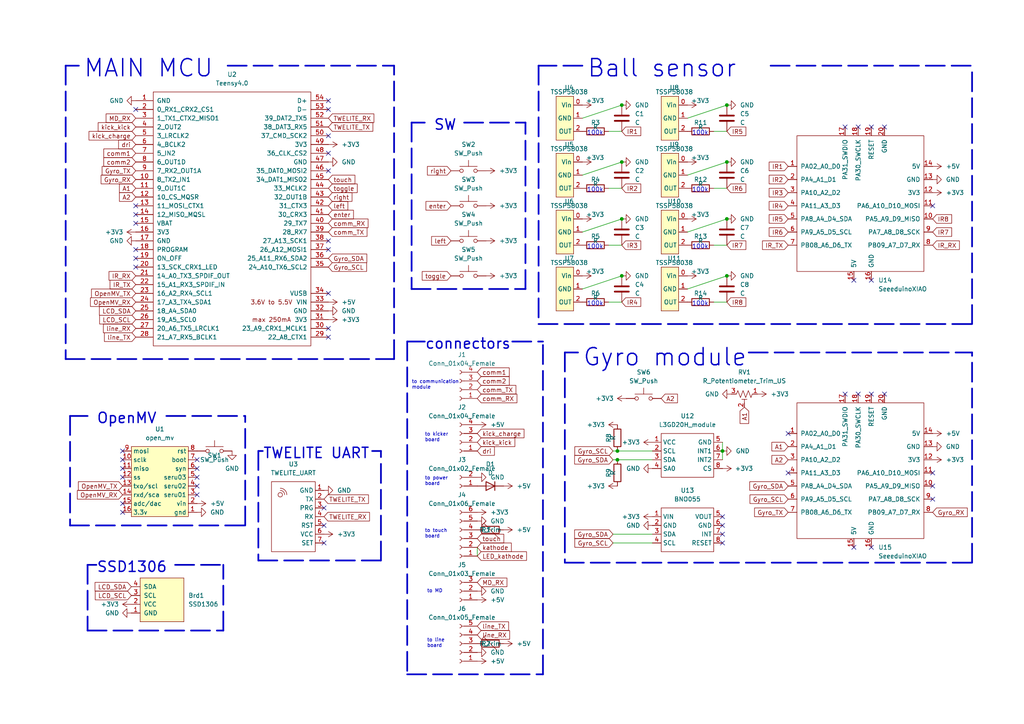
<source format=kicad_sch>
(kicad_sch (version 20211123) (generator eeschema)
  (paper "A4")
  (junction (at 179.07 133.35))
  (junction (at 180.34 46.99))
  (junction (at 210.82 30.48))
  (junction (at 180.34 63.5))
  (junction (at 210.82 46.99))
  (junction (at 179.07 130.81))
  (junction (at 210.82 63.5))
  (junction (at 210.82 80.01))
  (junction (at 209.55 130.81))
  (junction (at 180.34 30.48))
  (junction (at 180.34 80.01))
  (no_connect (at 252.73 158.75))
  (no_connect (at 95.25 49.53))
  (no_connect (at 35.56 133.35))
  (no_connect (at 93.98 157.48))
  (no_connect (at 228.6 125.73))
  (no_connect (at 57.15 133.35))
  (no_connect (at 95.25 31.75))
  (no_connect (at 57.15 135.89))
  (no_connect (at 245.11 36.83))
  (no_connect (at 95.25 29.21))
  (no_connect (at 256.54 36.83))
  (no_connect (at 245.11 114.3))
  (no_connect (at 270.51 144.78))
  (no_connect (at 209.55 149.86))
  (no_connect (at 39.37 59.69))
  (no_connect (at 39.37 72.39))
  (no_connect (at 95.25 95.25))
  (no_connect (at 209.55 152.4))
  (no_connect (at 252.73 36.83))
  (no_connect (at 209.55 154.94))
  (no_connect (at 57.15 140.97))
  (no_connect (at 39.37 74.93))
  (no_connect (at 95.25 69.85))
  (no_connect (at 95.25 44.45))
  (no_connect (at 93.98 152.4))
  (no_connect (at 256.54 114.3))
  (no_connect (at 270.51 137.16))
  (no_connect (at 35.56 146.05))
  (no_connect (at 35.56 148.59))
  (no_connect (at 95.25 39.37))
  (no_connect (at 39.37 62.23))
  (no_connect (at 35.56 135.89))
  (no_connect (at 252.73 81.28))
  (no_connect (at 270.51 140.97))
  (no_connect (at 39.37 77.47))
  (no_connect (at 95.25 97.79))
  (no_connect (at 57.15 138.43))
  (no_connect (at 252.73 114.3))
  (no_connect (at 247.65 158.75))
  (no_connect (at 39.37 64.77))
  (no_connect (at 57.15 143.51))
  (no_connect (at 95.25 85.09))
  (no_connect (at 93.98 147.32))
  (no_connect (at 270.51 59.69))
  (no_connect (at 39.37 31.75))
  (no_connect (at 247.65 81.28))
  (no_connect (at 35.56 138.43))
  (no_connect (at 209.55 157.48))
  (no_connect (at 35.56 130.81))
  (no_connect (at 228.6 137.16))
  (no_connect (at 95.25 72.39))
  (no_connect (at 248.92 114.3))
  (no_connect (at 248.92 36.83))
  (wire (pts (xy 210.82 54.61) (xy 207.01 54.61)))
  (polyline (pts (xy 167.64 102.235) (xy 163.83 102.235)) (stroke (width 0.5)))
  (wire (pts (xy 177.8 157.48) (xy 189.23 157.48)))
  (polyline (pts (xy 64.77 182.88) (xy 64.77 163.83)) (stroke (width 0.5)))
  (wire (pts (xy 180.34 87.63) (xy 176.53 87.63)))
  (wire (pts (xy 209.55 130.81) (xy 209.55 133.35)))
  (polyline (pts (xy 281.94 93.98) (xy 281.94 19.05)) (stroke (width 0.5)))
  (polyline (pts (xy 119.38 83.82) (xy 152.4 83.82)) (stroke (width 0.5)))
  (polyline (pts (xy 20.32 120.65) (xy 20.32 152.4)) (stroke (width 0.5)))
  (polyline (pts (xy 157.48 195.58) (xy 157.48 99.06)) (stroke (width 0.5)))
  (polyline (pts (xy 48.26 120.65) (xy 71.12 120.65)) (stroke (width 0.5)))
  (wire (pts (xy 210.82 71.12) (xy 207.01 71.12)))
  (wire (pts (xy 177.8 130.81) (xy 179.07 130.81)))
  (wire (pts (xy 180.34 38.1) (xy 176.53 38.1)))
  (polyline (pts (xy 76.2 130.81) (xy 74.93 130.81)) (stroke (width 0.5)))
  (wire (pts (xy 177.8 154.94) (xy 189.23 154.94)))
  (wire (pts (xy 210.82 80.01) (xy 199.39 83.82)))
  (wire (pts (xy 138.43 161.29) (xy 138.43 158.75)))
  (polyline (pts (xy 19.05 104.14) (xy 114.3 104.14)) (stroke (width 0.5)))
  (polyline (pts (xy 25.4 120.65) (xy 20.32 120.65)) (stroke (width 0.5)))
  (polyline (pts (xy 148.59 99.06) (xy 157.48 99.06)) (stroke (width 0.5)))
  (wire (pts (xy 209.55 128.27) (xy 209.55 130.81)))
  (polyline (pts (xy 123.19 99.06) (xy 118.11 99.06)) (stroke (width 0.5)))
  (polyline (pts (xy 74.93 130.81) (xy 74.93 162.56)) (stroke (width 0.5)))
  (wire (pts (xy 179.07 130.81) (xy 189.23 130.81)))
  (polyline (pts (xy 74.93 162.56) (xy 110.49 162.56)) (stroke (width 0.5)))
  (polyline (pts (xy 19.05 19.05) (xy 19.05 104.14)) (stroke (width 0.5)))
  (wire (pts (xy 210.82 63.5) (xy 199.39 67.31)))
  (polyline (pts (xy 217.17 102.235) (xy 281.94 102.235)) (stroke (width 0.5)))
  (polyline (pts (xy 152.4 83.82) (xy 152.4 35.56)) (stroke (width 0.5)))
  (polyline (pts (xy 25.4 163.83) (xy 25.4 182.88)) (stroke (width 0.5)))
  (polyline (pts (xy 66.04 19.05) (xy 114.3 19.05)) (stroke (width 0.5)))
  (wire (pts (xy 180.34 71.12) (xy 176.53 71.12)))
  (polyline (pts (xy 119.38 35.56) (xy 123.19 35.56)) (stroke (width 0.5)))
  (wire (pts (xy 210.82 87.63) (xy 207.01 87.63)))
  (polyline (pts (xy 19.05 19.05) (xy 22.86 19.05)) (stroke (width 0.5)))
  (wire (pts (xy 177.8 133.35) (xy 179.07 133.35)))
  (wire (pts (xy 180.34 80.01) (xy 168.91 83.82)))
  (polyline (pts (xy 25.4 182.88) (xy 64.77 182.88)) (stroke (width 0.5)))
  (wire (pts (xy 180.34 46.99) (xy 168.91 50.8)))
  (polyline (pts (xy 134.62 35.56) (xy 152.4 35.56)) (stroke (width 0.5)))
  (polyline (pts (xy 107.95 130.81) (xy 110.49 130.81)) (stroke (width 0.5)))
  (wire (pts (xy 179.07 133.35) (xy 189.23 133.35)))
  (wire (pts (xy 210.82 46.99) (xy 199.39 50.8)))
  (wire (pts (xy 180.34 54.61) (xy 176.53 54.61)))
  (polyline (pts (xy 118.11 195.58) (xy 157.48 195.58)) (stroke (width 0.5)))
  (polyline (pts (xy 119.38 35.56) (xy 119.38 83.82)) (stroke (width 0.5)))
  (polyline (pts (xy 20.32 152.4) (xy 71.12 152.4)) (stroke (width 0.5)))
  (polyline (pts (xy 163.83 102.235) (xy 163.83 163.195)) (stroke (width 0.5)))
  (polyline (pts (xy 168.91 19.05) (xy 156.21 19.05)) (stroke (width 0.5)))
  (polyline (pts (xy 114.3 104.14) (xy 114.3 19.05)) (stroke (width 0.5)))
  (polyline (pts (xy 223.52 19.05) (xy 281.94 19.05)) (stroke (width 0.5)))
  (polyline (pts (xy 110.49 162.56) (xy 110.49 130.81)) (stroke (width 0.5)))
  (polyline (pts (xy 71.12 152.4) (xy 71.12 120.65)) (stroke (width 0.5)))
  (polyline (pts (xy 118.11 99.06) (xy 118.11 195.58)) (stroke (width 0.5)))
  (polyline (pts (xy 163.83 163.195) (xy 281.94 163.195)) (stroke (width 0.5)))
  (wire (pts (xy 210.82 38.1) (xy 207.01 38.1)))
  (polyline (pts (xy 156.21 19.05) (xy 156.21 93.98)) (stroke (width 0.5)))
  (polyline (pts (xy 50.8 163.83) (xy 64.77 163.83)) (stroke (width 0.5)))
  (wire (pts (xy 180.34 30.48) (xy 168.91 34.29)))
  (wire (pts (xy 180.34 63.5) (xy 168.91 67.31)))
  (wire (pts (xy 210.82 30.48) (xy 199.39 34.29)))
  (polyline (pts (xy 281.94 163.195) (xy 281.94 102.235)) (stroke (width 0.5)))
  (polyline (pts (xy 27.94 163.83) (xy 25.4 163.83)) (stroke (width 0.5)))
  (polyline (pts (xy 156.21 93.98) (xy 281.94 93.98)) (stroke (width 0.5)))
  (text "100k" (at 170.18 55.88 0) (effects (font (size 1.27 1.27)) (justify left bottom)))
  (text "100k" (at 200.66 88.9 0) (effects (font (size 1.27 1.27)) (justify left bottom)))
  (text "100k" (at 170.18 39.37 0) (effects (font (size 1.27 1.27)) (justify left bottom)))
  (text "100k" (at 200.66 55.88 0) (effects (font (size 1.27 1.27)) (justify left bottom)))
  (text "connectors" (at 123.19 101.6 0) (effects (font (size 3 3) (thickness 0.4) bold) (justify left bottom)))
  (text "to MD" (at 123.825 172.085 0) (effects (font (size 1 1)) (justify left bottom)))
  (text "TWELITE UART" (at 76.2 133.35 0) (effects (font (size 3 3) (thickness 0.4) bold) (justify left bottom)))
  (text "to kicker\nboard" (at 123.19 128.27 0) (effects (font (size 1 1)) (justify left bottom)))
  (text "100k" (at 170.18 72.39 0) (effects (font (size 1.27 1.27)) (justify left bottom)))
  (text "to power\nboard" (at 123.19 140.97 0) (effects (font (size 1 1)) (justify left bottom)))
  (text "to communication\nmodule" (at 119.38 113.03 0) (effects (font (size 1 1)) (justify left bottom)))
  (text "to line\nboard" (at 123.825 187.96 0) (effects (font (size 1 1)) (justify left bottom)))
  (text "100k" (at 170.18 88.9 0) (effects (font (size 1.27 1.27)) (justify left bottom)))
  (text "100k" (at 200.66 72.39 0) (effects (font (size 1.27 1.27)) (justify left bottom)))
  (text "SSD1306" (at 27.94 166.37 0) (effects (font (size 3 3) (thickness 0.4) bold) (justify left bottom)))
  (text "SW" (at 125.73 38.1 0) (effects (font (size 3 3) (thickness 0.4) bold) (justify left bottom)))
  (text "OpenMV" (at 27.94 123.19 0) (effects (font (size 3 3) (thickness 0.4) bold) (justify left bottom)))
  (text "Gyro module" (at 168.91 106.68 0) (effects (font (size 5 5) (thickness 0.4) bold) (justify left bottom)))
  (text "Ball sensor" (at 170.18 22.86 0) (effects (font (size 5 5) (thickness 0.4) bold) (justify left bottom)))
  (text "MAIN MCU" (at 24.13 22.86 0) (effects (font (size 5 5) (thickness 0.4) bold) (justify left bottom)))
  (text "to touch\nboard" (at 123.19 156.21 0) (effects (font (size 1 1)) (justify left bottom)))
  (text "100k" (at 200.66 39.37 0) (effects (font (size 1.27 1.27)) (justify left bottom)))
  (global_label "Gyro_SDA" (shape input) (at 95.25 74.93 0) (property "Intersheet References" "${INTERSHEET_REFS}" (effects hide)))
  (global_label "A2" (shape input) (at 228.6 133.35 180) (property "Intersheet References" "${INTERSHEET_REFS}" (effects hide)))
  (global_label "LCD_SDA" (shape input) (at 38.1 170.18 180) (property "Intersheet References" "${INTERSHEET_REFS}" (effects hide)))
  (global_label "IR_RX" (shape input) (at 270.51 71.12 0) (property "Intersheet References" "${INTERSHEET_REFS}" (effects hide)))
  (global_label "IR4" (shape input) (at 228.6 59.69 180) (property "Intersheet References" "${INTERSHEET_REFS}" (effects hide)))
  (global_label "LCD_SDA" (shape input) (at 39.37 90.17 180) (property "Intersheet References" "${INTERSHEET_REFS}" (effects hide)))
  (global_label "IR4" (shape input) (at 180.34 87.63 0) (property "Intersheet References" "${INTERSHEET_REFS}" (effects hide)))
  (global_label "right" (shape input) (at 95.25 57.15 0) (property "Intersheet References" "${INTERSHEET_REFS}" (effects hide)))
  (global_label "OpenMV_TX" (shape input) (at 35.56 140.97 180) (property "Intersheet References" "${INTERSHEET_REFS}" (effects hide)))
  (global_label "Gyro_RX" (shape input) (at 39.37 52.07 180) (property "Intersheet References" "${INTERSHEET_REFS}" (effects hide)))
  (global_label "line_RX" (shape input) (at 39.37 95.25 180) (property "Intersheet References" "${INTERSHEET_REFS}" (effects hide)))
  (global_label "IR1" (shape input) (at 180.34 38.1 0) (property "Intersheet References" "${INTERSHEET_REFS}" (effects hide)))
  (global_label "A1" (shape input) (at 39.37 54.61 180) (property "Intersheet References" "${INTERSHEET_REFS}" (effects hide)))
  (global_label "toggle" (shape input) (at 130.81 80.01 180) (property "Intersheet References" "${INTERSHEET_REFS}" (effects hide)))
  (global_label "TWELITE_TX" (shape input) (at 93.98 144.78 0) (property "Intersheet References" "${INTERSHEET_REFS}" (effects hide)))
  (global_label "IR3" (shape input) (at 228.6 55.88 180) (property "Intersheet References" "${INTERSHEET_REFS}" (effects hide)))
  (global_label "IR6" (shape input) (at 228.6 67.31 180) (property "Intersheet References" "${INTERSHEET_REFS}" (effects hide)))
  (global_label "comm1" (shape input) (at 39.37 44.45 180) (property "Intersheet References" "${INTERSHEET_REFS}" (effects hide)))
  (global_label "left" (shape input) (at 95.25 59.69 0) (property "Intersheet References" "${INTERSHEET_REFS}" (effects hide)))
  (global_label "comm2" (shape input) (at 138.43 110.49 0) (property "Intersheet References" "${INTERSHEET_REFS}" (effects hide)))
  (global_label "A1" (shape input) (at 215.9 118.11 270) (property "Intersheet References" "${INTERSHEET_REFS}" (effects hide)))
  (global_label "comm_RX" (shape input) (at 95.25 64.77 0) (property "Intersheet References" "${INTERSHEET_REFS}" (effects hide)))
  (global_label "OpenMV_TX" (shape input) (at 39.37 85.09 180) (property "Intersheet References" "${INTERSHEET_REFS}" (effects hide)))
  (global_label "IR8" (shape input) (at 210.82 87.63 0) (property "Intersheet References" "${INTERSHEET_REFS}" (effects hide)))
  (global_label "Gyro_RX" (shape input) (at 270.51 148.59 0) (property "Intersheet References" "${INTERSHEET_REFS}" (effects hide)))
  (global_label "TWELITE_RX" (shape input) (at 93.98 149.86 0) (property "Intersheet References" "${INTERSHEET_REFS}" (effects hide)))
  (global_label "enter" (shape input) (at 95.25 62.23 0) (property "Intersheet References" "${INTERSHEET_REFS}" (effects hide)))
  (global_label "MD_RX" (shape input) (at 39.37 34.29 180) (property "Intersheet References" "${INTERSHEET_REFS}" (effects hide)))
  (global_label "Gyro_SDA" (shape input) (at 228.6 140.97 180) (property "Intersheet References" "${INTERSHEET_REFS}" (effects hide)))
  (global_label "A2" (shape input) (at 191.77 115.57 0) (property "Intersheet References" "${INTERSHEET_REFS}" (effects hide)))
  (global_label "Gyro_SDA" (shape input) (at 177.8 154.94 180) (property "Intersheet References" "${INTERSHEET_REFS}" (effects hide)))
  (global_label "IR_TX" (shape input) (at 39.37 82.55 180) (property "Intersheet References" "${INTERSHEET_REFS}" (effects hide)))
  (global_label "IR8" (shape input) (at 270.51 63.5 0) (property "Intersheet References" "${INTERSHEET_REFS}" (effects hide)))
  (global_label "right" (shape input) (at 130.81 49.53 180) (property "Intersheet References" "${INTERSHEET_REFS}" (effects hide)))
  (global_label "IR6" (shape input) (at 210.82 54.61 0) (property "Intersheet References" "${INTERSHEET_REFS}" (effects hide)))
  (global_label "Gyro_SDA" (shape input) (at 177.8 133.35 180) (property "Intersheet References" "${INTERSHEET_REFS}" (effects hide)))
  (global_label "enter" (shape input) (at 130.81 59.69 180) (property "Intersheet References" "${INTERSHEET_REFS}" (effects hide)))
  (global_label "IR7" (shape input) (at 270.51 67.31 0) (property "Intersheet References" "${INTERSHEET_REFS}" (effects hide)))
  (global_label "IR2" (shape input) (at 180.34 54.61 0) (property "Intersheet References" "${INTERSHEET_REFS}" (effects hide)))
  (global_label "comm2" (shape input) (at 39.37 46.99 180) (property "Intersheet References" "${INTERSHEET_REFS}" (effects hide)))
  (global_label "IR5" (shape input) (at 210.82 38.1 0) (property "Intersheet References" "${INTERSHEET_REFS}" (effects hide)))
  (global_label "dri" (shape input) (at 138.43 130.81 0) (property "Intersheet References" "${INTERSHEET_REFS}" (effects hide)))
  (global_label "comm_TX" (shape input) (at 138.43 113.03 0) (property "Intersheet References" "${INTERSHEET_REFS}" (effects hide)))
  (global_label "touch" (shape input) (at 95.25 52.07 0) (property "Intersheet References" "${INTERSHEET_REFS}" (effects hide)))
  (global_label "dri" (shape input) (at 39.37 41.91 180) (property "Intersheet References" "${INTERSHEET_REFS}" (effects hide)))
  (global_label "IR3" (shape input) (at 180.34 71.12 0) (property "Intersheet References" "${INTERSHEET_REFS}" (effects hide)))
  (global_label "LED_kathode" (shape input) (at 138.43 161.29 0) (property "Intersheet References" "${INTERSHEET_REFS}" (effects hide)))
  (global_label "touch" (shape input) (at 138.43 156.21 0) (property "Intersheet References" "${INTERSHEET_REFS}" (effects hide)))
  (global_label "IR5" (shape input) (at 228.6 63.5 180) (property "Intersheet References" "${INTERSHEET_REFS}" (effects hide)))
  (global_label "TWELITE_RX" (shape input) (at 95.25 34.29 0) (property "Intersheet References" "${INTERSHEET_REFS}" (effects hide)))
  (global_label "IR_RX" (shape input) (at 39.37 80.01 180) (property "Intersheet References" "${INTERSHEET_REFS}" (effects hide)))
  (global_label "toggle" (shape input) (at 95.25 54.61 0) (property "Intersheet References" "${INTERSHEET_REFS}" (effects hide)))
  (global_label "comm_TX" (shape input) (at 95.25 67.31 0) (property "Intersheet References" "${INTERSHEET_REFS}" (effects hide)))
  (global_label "kick_charge" (shape input) (at 39.37 39.37 180) (property "Intersheet References" "${INTERSHEET_REFS}" (effects hide)))
  (global_label "kathode" (shape input) (at 138.43 158.75 0) (property "Intersheet References" "${INTERSHEET_REFS}" (effects hide)))
  (global_label "kick_charge" (shape input) (at 138.43 125.73 0) (property "Intersheet References" "${INTERSHEET_REFS}" (effects hide)))
  (global_label "Gyro_TX" (shape input) (at 39.37 49.53 180) (property "Intersheet References" "${INTERSHEET_REFS}" (effects hide)))
  (global_label "Gyro_SCL" (shape input) (at 177.8 130.81 180) (property "Intersheet References" "${INTERSHEET_REFS}" (effects hide)))
  (global_label "Gyro_TX" (shape input) (at 228.6 148.59 180) (property "Intersheet References" "${INTERSHEET_REFS}" (effects hide)))
  (global_label "IR7" (shape input) (at 210.82 71.12 0) (property "Intersheet References" "${INTERSHEET_REFS}" (effects hide)))
  (global_label "OpenMV_RX" (shape input) (at 35.56 143.51 180) (property "Intersheet References" "${INTERSHEET_REFS}" (effects hide)))
  (global_label "line_RX" (shape input) (at 138.43 184.15 0) (property "Intersheet References" "${INTERSHEET_REFS}" (effects hide)))
  (global_label "A1" (shape input) (at 228.6 129.54 180) (property "Intersheet References" "${INTERSHEET_REFS}" (effects hide)))
  (global_label "IR_TX" (shape input) (at 228.6 71.12 180) (property "Intersheet References" "${INTERSHEET_REFS}" (effects hide)))
  (global_label "LCD_SCL" (shape input) (at 39.37 92.71 180) (property "Intersheet References" "${INTERSHEET_REFS}" (effects hide)))
  (global_label "line_TX" (shape input) (at 39.37 97.79 180) (property "Intersheet References" "${INTERSHEET_REFS}" (effects hide)))
  (global_label "IR2" (shape input) (at 228.6 52.07 180) (property "Intersheet References" "${INTERSHEET_REFS}" (effects hide)))
  (global_label "OpenMV_RX" (shape input) (at 39.37 87.63 180) (property "Intersheet References" "${INTERSHEET_REFS}" (effects hide)))
  (global_label "Gyro_SCL" (shape input) (at 177.8 157.48 180) (property "Intersheet References" "${INTERSHEET_REFS}" (effects hide)))
  (global_label "TWELITE_TX" (shape input) (at 95.25 36.83 0) (property "Intersheet References" "${INTERSHEET_REFS}" (effects hide)))
  (global_label "comm1" (shape input) (at 138.43 107.95 0) (property "Intersheet References" "${INTERSHEET_REFS}" (effects hide)))
  (global_label "comm_RX" (shape input) (at 138.43 115.57 0) (property "Intersheet References" "${INTERSHEET_REFS}" (effects hide)))
  (global_label "line_TX" (shape input) (at 138.43 181.61 0) (property "Intersheet References" "${INTERSHEET_REFS}" (effects hide)))
  (global_label "A2" (shape input) (at 39.37 57.15 180) (property "Intersheet References" "${INTERSHEET_REFS}" (effects hide)))
  (global_label "IR1" (shape input) (at 228.6 48.26 180) (property "Intersheet References" "${INTERSHEET_REFS}" (effects hide)))
  (global_label "Gyro_SCL" (shape input) (at 95.25 77.47 0) (property "Intersheet References" "${INTERSHEET_REFS}" (effects hide)))
  (global_label "Gyro_SCL" (shape input) (at 228.6 144.78 180) (property "Intersheet References" "${INTERSHEET_REFS}" (effects hide)))
  (global_label "left" (shape input) (at 130.81 69.85 180) (property "Intersheet References" "${INTERSHEET_REFS}" (effects hide)))
  (global_label "kick_kick" (shape input) (at 39.37 36.83 180) (property "Intersheet References" "${INTERSHEET_REFS}" (effects hide)))
  (global_label "LCD_SCL" (shape input) (at 38.1 172.72 180) (property "Intersheet References" "${INTERSHEET_REFS}" (effects hide)))
  (global_label "MD_RX" (shape input) (at 138.43 168.91 0) (property "Intersheet References" "${INTERSHEET_REFS}" (effects hide)))
  (global_label "kick_kick" (shape input) (at 138.43 128.27 0) (property "Intersheet References" "${INTERSHEET_REFS}" (effects hide)))
  (symbol (lib_id "power:+3V3") (at 179.07 123.19 90) (unit 1)
    (property "Reference" "#PWR0107" (effects hide))
    (property "Value" "+3V3" (at 170.18 123.19 90) (effects (justify right)))
  )
  (symbol (lib_id "L3GD20H_Module_KiCad6.0:L3GD20H_module") (at 199.39 133.35 0) (unit 1)
    (property "Reference" "U12" (at 199.39 120.65 0))
    (property "Value" "L3GD20H_module" (at 199.39 123.19 0))
    (property "Footprint" "L3GD20H_Module:L3GD20H_Module_KiCad6.0" (effects hide))
  )
  (symbol (lib_id "Device:C") (at 180.34 34.29 0) (unit 1)
    (property "Reference" "C1" (at 184.15 33.0199 0) (effects (justify left)))
    (property "Value" "C" (at 184.15 35.5599 0) (effects (justify left)))
    (property "Footprint" "Capacitor_THT:C_Disc_D3.4mm_W2.1mm_P2.50mm" (effects hide))
  )
  (symbol (lib_id "open_mv:open_mv") (at 46.99 129.54 0) (unit 1)
    (property "Reference" "U1" (at 46.355 124.46 0))
    (property "Value" "open_mv" (at 46.355 127 0))
    (property "Footprint" "OpenMV:OpenMV" (effects hide))
  )
  (symbol (lib_id "power:+3V3") (at 270.51 133.35 270) (unit 1)
    (property "Reference" "#PWR0118" (effects hide))
    (property "Value" "+3V3" (at 274.32 133.3499 90) (effects (justify left)))
  )
  (symbol (lib_id "power:GND") (at 210.82 46.99 90) (unit 1)
    (property "Reference" "#PWR0130" (effects hide))
    (property "Value" "GND" (at 214.63 46.9899 90) (effects (justify right)))
  )
  (symbol (lib_id "Seeeduino XIAO:SeeeduinoXIAO") (at 250.19 59.69 0) (unit 1)
    (property "Reference" "U14" (at 254.7494 81.28 0) (effects (justify left)))
    (property "Value" "SeeeduinoXIAO" (at 254.7494 83.82 0) (effects (justify left)))
    (property "Footprint" "Seeeduino_Xiao:seeeduinoXIAO" (effects hide))
  )
  (symbol (lib_id "TSSP58038:TSSP58038") (at 196.85 34.29 90) (unit 1)
    (property "Reference" "U8" (at 195.58 25.4 90))
    (property "Value" "TSSP58038" (at 195.58 26.67 90))
    (property "Footprint" "TSSP58038:TSSP58038" (effects hide))
  )
  (symbol (lib_id "SSD1306-128x64_OLED:SSD1306") (at 46.99 173.99 90) (unit 1)
    (property "Reference" "Brd1" (at 54.61 172.7199 90) (effects (justify right)))
    (property "Value" "SSD1306" (at 54.61 175.2599 90) (effects (justify right)))
    (property "Footprint" "Connector_PinSocket_2.54mm:PinSocket_1x04_P2.54mm_Vertical" (effects hide))
  )
  (symbol (lib_id "power:GND") (at 95.25 46.99 90) (unit 1)
    (property "Reference" "#PWR0141" (effects hide))
    (property "Value" "GND" (at 99.06 46.9899 90) (effects (justify right)))
  )
  (symbol (lib_id "TSSP58038:TSSP58038") (at 196.85 50.8 90) (unit 1)
    (property "Reference" "U9" (at 195.58 41.91 90))
    (property "Value" "TSSP58038" (at 195.58 43.18 90))
    (property "Footprint" "TSSP58038:TSSP58038" (effects hide))
  )
  (symbol (lib_id "Switch:SW_Push") (at 135.89 80.01 0) (unit 1)
    (property "Reference" "SW5" (at 135.89 72.39 0))
    (property "Value" "SW_Push" (at 135.89 74.93 0))
    (property "Footprint" "Connector_PinHeader_2.54mm:PinHeader_1x02_P2.54mm_Vertical" (effects hide))
  )
  (symbol (lib_id "power:+3V3") (at 138.43 148.59 270) (unit 1)
    (property "Reference" "#PWR0164" (effects hide))
    (property "Value" "+3V3" (at 142.24 148.5899 90) (effects (justify left)))
  )
  (symbol (lib_id "power:+3V3") (at 95.25 92.71 270) (unit 1)
    (property "Reference" "#PWR0144" (effects hide))
    (property "Value" "+3V3" (at 99.06 92.7099 90) (effects (justify left)))
  )
  (symbol (lib_id "Switch:SW_Push") (at 135.89 69.85 0) (unit 1)
    (property "Reference" "SW4" (at 135.89 62.23 0))
    (property "Value" "SW_Push" (at 135.89 64.77 0))
    (property "Footprint" "Button_Switch_THT:SW_PUSH_6mm_H7.3mm" (effects hide))
  )
  (symbol (lib_id "Switch:SW_Push") (at 135.89 49.53 0) (unit 1)
    (property "Reference" "SW2" (at 135.89 41.91 0))
    (property "Value" "SW_Push" (at 135.89 44.45 0))
    (property "Footprint" "Button_Switch_THT:SW_PUSH_6mm_H7.3mm" (effects hide))
  )
  (symbol (lib_id "Device:R") (at 172.72 71.12 90) (unit 1)
    (property "Reference" "R5" (at 172.72 68.58 90))
    (property "Value" "R" (at 172.72 69.85 90))
    (property "Footprint" "Resistor_THT:R_Axial_DIN0207_L6.3mm_D2.5mm_P7.62mm_Horizontal" (effects hide))
  )
  (symbol (lib_id "power:+3V3") (at 140.97 80.01 270) (unit 1)
    (property "Reference" "#PWR0154" (effects hide))
    (property "Value" "+3V3" (at 144.78 80.0099 90) (effects (justify left)))
  )
  (symbol (lib_id "power:GND") (at 210.82 80.01 90) (unit 1)
    (property "Reference" "#PWR0135" (effects hide))
    (property "Value" "GND" (at 214.63 80.0099 90) (effects (justify right)))
  )
  (symbol (lib_id "Device:R") (at 203.2 87.63 90) (unit 1)
    (property "Reference" "R14" (at 203.2 85.09 90))
    (property "Value" "R" (at 203.2 86.36 90))
    (property "Footprint" "Resistor_THT:R_Axial_DIN0207_L6.3mm_D2.5mm_P7.62mm_Horizontal" (effects hide))
  )
  (symbol (lib_id "power:+3V3") (at 199.39 80.01 270) (unit 1)
    (property "Reference" "#PWR0134" (effects hide))
    (property "Value" "+3V3" (at 205.74 78.74 90) (effects (justify right)))
  )
  (symbol (lib_id "Connector:Conn_01x02_Female") (at 133.35 140.97 180) (unit 1)
    (property "Reference" "J3" (at 133.985 133.35 0))
    (property "Value" "Conn_01x02_Female" (at 133.985 135.89 0))
    (property "Footprint" "Connector_JST:JST_XH_B2B-XH-A_1x02_P2.50mm_Vertical" (effects hide))
  )
  (symbol (lib_id "Device:R") (at 203.2 38.1 90) (unit 1)
    (property "Reference" "R11" (at 203.2 35.56 90))
    (property "Value" "R" (at 203.2 36.83 90))
    (property "Footprint" "Resistor_THT:R_Axial_DIN0207_L6.3mm_D2.5mm_P7.62mm_Horizontal" (effects hide))
  )
  (symbol (lib_id "Device:R") (at 172.72 54.61 90) (unit 1)
    (property "Reference" "R4" (at 172.72 52.07 90))
    (property "Value" "R" (at 172.72 53.34 90))
    (property "Footprint" "Resistor_THT:R_Axial_DIN0207_L6.3mm_D2.5mm_P7.62mm_Horizontal" (effects hide))
  )
  (symbol (lib_id "Device:C") (at 210.82 83.82 0) (unit 1)
    (property "Reference" "C8" (at 214.63 82.5499 0) (effects (justify left)))
    (property "Value" "C" (at 214.63 85.0899 0) (effects (justify left)))
    (property "Footprint" "Capacitor_THT:C_Disc_D3.4mm_W2.1mm_P2.50mm" (effects hide))
  )
  (symbol (lib_id "Device:R_Trim") (at 142.24 153.67 90) (unit 1)
    (property "Reference" "R1" (at 140.97 153.67 90))
    (property "Value" "R_Trim" (at 142.24 153.67 90))
    (property "Footprint" "可変抵抗:可変抵抗" (effects hide))
  )
  (symbol (lib_id "Switch:SW_Push") (at 135.89 59.69 0) (unit 1)
    (property "Reference" "SW3" (at 135.89 52.07 0))
    (property "Value" "SW_Push" (at 135.89 54.61 0))
    (property "Footprint" "Button_Switch_THT:SW_PUSH_6mm_H7.3mm" (effects hide))
  )
  (symbol (lib_id "power:+5V") (at 146.05 153.67 270) (unit 1)
    (property "Reference" "#PWR0160" (effects hide))
    (property "Value" "+5V" (at 149.86 153.6699 90) (effects (justify left)))
  )
  (symbol (lib_id "power:+3V3") (at 38.1 175.26 90) (unit 1)
    (property "Reference" "#PWR0149" (effects hide))
    (property "Value" "+3V3" (at 29.21 175.26 90) (effects (justify right)))
  )
  (symbol (lib_id "Device:R_Trim") (at 142.24 186.69 90) (unit 1)
    (property "Reference" "R2" (at 140.97 186.69 90))
    (property "Value" "R_Trim" (at 142.24 186.69 90))
    (property "Footprint" "可変抵抗:可変抵抗" (effects hide))
  )
  (symbol (lib_id "Connector:Conn_01x06_Female") (at 133.35 156.21 180) (unit 1)
    (property "Reference" "J4" (at 133.985 143.51 0))
    (property "Value" "Conn_01x06_Female" (at 133.985 146.05 0))
    (property "Footprint" "Connector_JST:JST_XH_B6B-XH-A_1x06_P2.50mm_Vertical" (effects hide))
  )
  (symbol (lib_id "power:GND") (at 210.82 30.48 90) (unit 1)
    (property "Reference" "#PWR0129" (effects hide))
    (property "Value" "GND" (at 214.63 30.4799 90) (effects (justify right)))
  )
  (symbol (lib_id "Device:D") (at 142.24 140.97 180) (unit 1)
    (property "Reference" "D1" (at 142.24 134.62 0))
    (property "Value" "D" (at 142.24 137.16 0))
    (property "Footprint" "Diode_THT:D_5W_P12.70mm_Horizontal" (effects hide))
  )
  (symbol (lib_id "Device:R") (at 179.07 127 180) (unit 1)
    (property "Reference" "R8" (at 176.53 127 90))
    (property "Value" "R" (at 177.8 127 90))
    (property "Footprint" "Resistor_THT:R_Axial_DIN0207_L6.3mm_D2.5mm_P7.62mm_Horizontal" (effects hide))
  )
  (symbol (lib_id "Device:R") (at 172.72 87.63 90) (unit 1)
    (property "Reference" "R6" (at 172.72 85.09 90))
    (property "Value" "R" (at 172.72 86.36 90))
    (property "Footprint" "Resistor_THT:R_Axial_DIN0207_L6.3mm_D2.5mm_P7.62mm_Horizontal" (effects hide))
  )
  (symbol (lib_id "power:GND") (at 138.43 138.43 90) (unit 1)
    (property "Reference" "#PWR0158" (effects hide))
    (property "Value" "GND" (at 142.24 138.4299 90) (effects (justify right)))
  )
  (symbol (lib_id "power:GND") (at 39.37 69.85 270) (unit 1)
    (property "Reference" "#PWR0136" (effects hide))
    (property "Value" "GND" (at 31.75 69.85 90) (effects (justify left)))
  )
  (symbol (lib_id "power:+3V3") (at 179.07 140.97 90) (unit 1)
    (property "Reference" "#PWR0110" (effects hide))
    (property "Value" "+3V3" (at 170.18 140.97 90) (effects (justify right)))
  )
  (symbol (lib_id "power:GND") (at 93.98 142.24 90) (unit 1)
    (property "Reference" "#PWR0139" (effects hide))
    (property "Value" "GND" (at 97.79 142.2399 90) (effects (justify right)))
  )
  (symbol (lib_id "Switch:SW_Push") (at 62.23 130.81 0) (unit 1)
    (property "Reference" "SW1" (at 62.23 132.08 0))
    (property "Value" "SW_Push" (at 62.23 133.35 0))
    (property "Footprint" "Button_Switch_THT:SW_PUSH_6mm_H7.3mm" (effects hide))
  )
  (symbol (lib_id "Device:C") (at 180.34 50.8 0) (unit 1)
    (property "Reference" "C2" (at 184.15 49.5299 0) (effects (justify left)))
    (property "Value" "C" (at 184.15 52.0699 0) (effects (justify left)))
    (property "Footprint" "Capacitor_THT:C_Disc_D3.4mm_W2.1mm_P2.50mm" (effects hide))
  )
  (symbol (lib_id "power:+3V3") (at 181.61 115.57 90) (unit 1)
    (property "Reference" "#PWR0105" (effects hide))
    (property "Value" "+3V3" (at 172.72 115.57 90) (effects (justify right)))
  )
  (symbol (lib_id "power:GND") (at 209.55 130.81 90) (unit 1)
    (property "Reference" "#PWR0115" (effects hide))
    (property "Value" "GND" (at 213.36 130.8099 90) (effects (justify right)))
  )
  (symbol (lib_id "Device:C") (at 180.34 83.82 0) (unit 1)
    (property "Reference" "C4" (at 184.15 82.5499 0) (effects (justify left)))
    (property "Value" "C" (at 184.15 85.0899 0) (effects (justify left)))
    (property "Footprint" "Capacitor_THT:C_Disc_D3.4mm_W2.1mm_P2.50mm" (effects hide))
  )
  (symbol (lib_id "Device:C") (at 210.82 34.29 0) (unit 1)
    (property "Reference" "C5" (at 214.63 33.0199 0) (effects (justify left)))
    (property "Value" "C" (at 214.63 35.5599 0) (effects (justify left)))
    (property "Footprint" "Capacitor_THT:C_Disc_D3.4mm_W2.1mm_P2.50mm" (effects hide))
  )
  (symbol (lib_id "power:+3V3") (at 270.51 55.88 270) (unit 1)
    (property "Reference" "#PWR0101" (effects hide))
    (property "Value" "+3V3" (at 274.32 55.8799 90) (effects (justify left)))
  )
  (symbol (lib_id "power:+5V") (at 270.51 125.73 270) (unit 1)
    (property "Reference" "#PWR0119" (effects hide))
    (property "Value" "+5V" (at 274.32 125.7299 90) (effects (justify left)))
  )
  (symbol (lib_id "power:GND") (at 180.34 63.5 90) (unit 1)
    (property "Reference" "#PWR0125" (effects hide))
    (property "Value" "GND" (at 184.15 63.4999 90) (effects (justify right)))
  )
  (symbol (lib_id "power:GND") (at 189.23 152.4 270) (unit 1)
    (property "Reference" "#PWR0112" (effects hide))
    (property "Value" "GND" (at 181.61 152.4 90) (effects (justify left)))
  )
  (symbol (lib_id "power:GND") (at 180.34 80.01 90) (unit 1)
    (property "Reference" "#PWR0121" (effects hide))
    (property "Value" "GND" (at 184.15 80.0099 90) (effects (justify right)))
  )
  (symbol (lib_id "power:+3V3") (at 168.91 63.5 270) (unit 1)
    (property "Reference" "#PWR0126" (effects hide))
    (property "Value" "+3V3" (at 175.26 62.23 90) (effects (justify right)))
  )
  (symbol (lib_id "power:+3V3") (at 140.97 49.53 270) (unit 1)
    (property "Reference" "#PWR0147" (effects hide))
    (property "Value" "+3V3" (at 144.78 49.5299 90) (effects (justify left)))
  )
  (symbol (lib_id "Connector:Conn_01x04_Female") (at 133.35 113.03 180) (unit 1)
    (property "Reference" "J1" (at 133.985 102.87 0))
    (property "Value" "Conn_01x04_Female" (at 133.985 105.41 0))
    (property "Footprint" "Connector_JST:JST_XH_B4B-XH-A_1x04_P2.50mm_Vertical" (effects hide))
  )
  (symbol (lib_id "Device:C") (at 210.82 50.8 0) (unit 1)
    (property "Reference" "C6" (at 214.63 49.5299 0) (effects (justify left)))
    (property "Value" "C" (at 214.63 52.0699 0) (effects (justify left)))
    (property "Footprint" "Capacitor_THT:C_Disc_D3.4mm_W2.1mm_P2.50mm" (effects hide))
  )
  (symbol (lib_id "TSSP58038:TSSP58038") (at 196.85 67.31 90) (unit 1)
    (property "Reference" "U10" (at 195.58 58.42 90))
    (property "Value" "TSSP58038" (at 195.58 59.69 90))
    (property "Footprint" "TSSP58038:TSSP58038" (effects hide))
  )
  (symbol (lib_id "Connector:Conn_01x04_Female") (at 133.35 128.27 180) (unit 1)
    (property "Reference" "J2" (at 133.985 118.11 0))
    (property "Value" "Conn_01x04_Female" (at 133.985 120.65 0))
    (property "Footprint" "Connector_JST:JST_XH_B4B-XH-A_1x04_P2.50mm_Vertical" (effects hide))
  )
  (symbol (lib_id "power:+3V3") (at 168.91 46.99 270) (unit 1)
    (property "Reference" "#PWR0122" (effects hide))
    (property "Value" "+3V3" (at 175.26 45.72 90) (effects (justify right)))
  )
  (symbol (lib_id "power:+3V3") (at 95.25 41.91 270) (unit 1)
    (property "Reference" "#PWR0142" (effects hide))
    (property "Value" "+3V3" (at 99.06 41.9099 90) (effects (justify left)))
  )
  (symbol (lib_id "TSSP58038:TSSP58038") (at 166.37 83.82 90) (unit 1)
    (property "Reference" "U7" (at 165.1 74.93 90))
    (property "Value" "TSSP58038" (at 165.1 76.2 90))
    (property "Footprint" "TSSP58038:TSSP58038" (effects hide))
  )
  (symbol (lib_id "power:GND") (at 270.51 52.07 90) (unit 1)
    (property "Reference" "#PWR0102" (effects hide))
    (property "Value" "GND" (at 274.32 52.0699 90) (effects (justify right)))
  )
  (symbol (lib_id "power:+5V") (at 138.43 173.99 270) (unit 1)
    (property "Reference" "#PWR0162" (effects hide))
    (property "Value" "+5V" (at 142.24 173.9899 90) (effects (justify left)))
  )
  (symbol (lib_id "power:+3V3") (at 39.37 67.31 90) (unit 1)
    (property "Reference" "#PWR0137" (effects hide))
    (property "Value" "+3V3" (at 30.48 67.31 90) (effects (justify right)))
  )
  (symbol (lib_id "Device:C") (at 210.82 67.31 0) (unit 1)
    (property "Reference" "C7" (at 214.63 66.0399 0) (effects (justify left)))
    (property "Value" "C" (at 214.63 68.5799 0) (effects (justify left)))
    (property "Footprint" "Capacitor_THT:C_Disc_D3.4mm_W2.1mm_P2.50mm" (effects hide))
  )
  (symbol (lib_id "power:+5V") (at 270.51 48.26 270) (unit 1)
    (property "Reference" "#PWR0103" (effects hide))
    (property "Value" "+5V" (at 274.32 48.2599 90) (effects (justify left)))
  )
  (symbol (lib_id "power:+3V3") (at 199.39 63.5 270) (unit 1)
    (property "Reference" "#PWR0133" (effects hide))
    (property "Value" "+3V3" (at 205.74 62.23 90) (effects (justify right)))
  )
  (symbol (lib_id "Seeeduino XIAO:SeeeduinoXIAO") (at 250.19 137.16 0) (unit 1)
    (property "Reference" "U15" (at 254.7494 158.75 0) (effects (justify left)))
    (property "Value" "SeeeduinoXIAO" (at 254.7494 161.29 0) (effects (justify left)))
    (property "Footprint" "Seeeduino_Xiao:seeeduinoXIAO" (effects hide))
  )
  (symbol (lib_id "power:GND") (at 67.31 130.81 0) (unit 1)
    (property "Reference" "#PWR0148" (effects hide))
    (property "Value" "GND" (at 67.31 135.89 0))
  )
  (symbol (lib_id "power:+3V3") (at 209.55 135.89 270) (unit 1)
    (property "Reference" "#PWR0116" (effects hide))
    (property "Value" "+3V3" (at 218.44 135.89 90) (effects (justify right)))
  )
  (symbol (lib_id "TSSP58038:TSSP58038") (at 166.37 34.29 90) (unit 1)
    (property "Reference" "U4" (at 165.1 25.4 90))
    (property "Value" "TSSP58038" (at 165.1 26.67 90))
    (property "Footprint" "TSSP58038:TSSP58038" (effects hide))
  )
  (symbol (lib_id "power:+3V3") (at 189.23 149.86 90) (unit 1)
    (property "Reference" "#PWR0111" (effects hide))
    (property "Value" "+3V3" (at 180.34 149.86 90) (effects (justify right)))
  )
  (symbol (lib_id "power:+3V3") (at 93.98 154.94 270) (unit 1)
    (property "Reference" "#PWR0140" (effects hide))
    (property "Value" "+3V3" (at 97.79 154.9399 90) (effects (justify left)))
  )
  (symbol (lib_id "power:GND") (at 138.43 171.45 90) (unit 1)
    (property "Reference" "#PWR0161" (effects hide))
    (property "Value" "GND" (at 142.24 171.4499 90) (effects (justify right)))
  )
  (symbol (lib_id "power:GND") (at 38.1 177.8 270) (unit 1)
    (property "Reference" "#PWR0150" (effects hide))
    (property "Value" "GND" (at 30.48 177.8 90) (effects (justify left)))
  )
  (symbol (lib_id "Device:R_Potentiometer_Trim_US") (at 215.9 114.3 270) (unit 1)
    (property "Reference" "RV1" (at 215.9 107.95 90))
    (property "Value" "R_Potentiometer_Trim_US" (at 215.9 110.49 90))
    (property "Footprint" "可変抵抗:可変抵抗" (effects hide))
  )
  (symbol (lib_id "Connector:Conn_01x03_Female") (at 133.35 171.45 180) (unit 1)
    (property "Reference" "J5" (at 133.985 163.83 0))
    (property "Value" "Conn_01x03_Female" (at 133.985 166.37 0))
    (property "Footprint" "Connector_JST:JST_XH_B3B-XH-A_1x03_P2.50mm_Vertical" (effects hide))
  )
  (symbol (lib_id "power:+3V3") (at 199.39 30.48 270) (unit 1)
    (property "Reference" "#PWR0132" (effects hide))
    (property "Value" "+3V3" (at 205.74 29.21 90) (effects (justify right)))
  )
  (symbol (lib_id "Device:R") (at 203.2 71.12 90) (unit 1)
    (property "Reference" "R13" (at 203.2 68.58 90))
    (property "Value" "R" (at 203.2 69.85 90))
    (property "Footprint" "Resistor_THT:R_Axial_DIN0207_L6.3mm_D2.5mm_P7.62mm_Horizontal" (effects hide))
  )
  (symbol (lib_id "TSSP58038:TSSP58038") (at 196.85 83.82 90) (unit 1)
    (property "Reference" "U11" (at 195.58 74.93 90))
    (property "Value" "TSSP58038" (at 195.58 76.2 90))
    (property "Footprint" "TSSP58038:TSSP58038" (effects hide))
  )
  (symbol (lib_id "power:+5V") (at 146.05 140.97 270) (unit 1)
    (property "Reference" "#PWR0159" (effects hide))
    (property "Value" "+5V" (at 149.86 140.9699 90) (effects (justify left)))
  )
  (symbol (lib_id "power:GND") (at 189.23 135.89 270) (unit 1)
    (property "Reference" "#PWR0108" (effects hide))
    (property "Value" "GND" (at 181.61 135.89 90) (effects (justify left)))
  )
  (symbol (lib_id "BNO055 new:BNO055") (at 199.39 144.78 0) (unit 1)
    (property "Reference" "U13" (at 199.39 142.24 0))
    (property "Value" "BNO055" (at 199.39 144.78 0))
    (property "Footprint" "BNO055:BNO055" (effects hide))
  )
  (symbol (lib_id "power:GND") (at 138.43 151.13 90) (unit 1)
    (property "Reference" "#PWR0163" (effects hide))
    (property "Value" "GND" (at 142.24 151.1299 90) (effects (justify right)))
  )
  (symbol (lib_id "power:+3V3") (at 168.91 80.01 270) (unit 1)
    (property "Reference" "#PWR0123" (effects hide))
    (property "Value" "+3V3" (at 175.26 78.74 90) (effects (justify right)))
  )
  (symbol (lib_id "power:GND") (at 270.51 129.54 90) (unit 1)
    (property "Reference" "#PWR0120" (effects hide))
    (property "Value" "GND" (at 274.32 129.5399 90) (effects (justify right)))
  )
  (symbol (lib_id "power:GND") (at 39.37 29.21 270) (unit 1)
    (property "Reference" "#PWR0138" (effects hide))
    (property "Value" "GND" (at 31.75 29.21 90) (effects (justify left)))
  )
  (symbol (lib_id "power:GND") (at 212.09 114.3 270) (unit 1)
    (property "Reference" "#PWR0114" (effects hide))
    (property "Value" "GND" (at 204.47 114.3 90) (effects (justify left)))
  )
  (symbol (lib_id "power:+5V") (at 138.43 123.19 270) (unit 1)
    (property "Reference" "#PWR0165" (effects hide))
    (property "Value" "+5V" (at 142.24 123.1899 90) (effects (justify left)))
  )
  (symbol (lib_id "TWELITE UART:TWELITE_UART") (at 85.09 138.43 0) (unit 1)
    (property "Reference" "U3" (at 85.09 134.62 0))
    (property "Value" "TWELITE_UART" (at 85.09 137.16 0))
    (property "Footprint" "TWELITE UART:TWELITE UART" (effects hide))
  )
  (symbol (lib_id "Connector:Conn_01x05_Female") (at 133.35 186.69 180) (unit 1)
    (property "Reference" "J6" (at 133.985 176.53 0))
    (property "Value" "Conn_01x05_Female" (at 133.985 179.07 0))
    (property "Footprint" "Connector_JST:JST_XH_B5B-XH-A_1x05_P2.50mm_Vertical" (effects hide))
  )
  (symbol (lib_id "power:+3V3") (at 168.91 30.48 270) (unit 1)
    (property "Reference" "#PWR0124" (effects hide))
    (property "Value" "+3V3" (at 175.26 29.21 90) (effects (justify right)))
  )
  (symbol (lib_id "power:+3V3") (at 140.97 59.69 270) (unit 1)
    (property "Reference" "#PWR0146" (effects hide))
    (property "Value" "+3V3" (at 144.78 59.6899 90) (effects (justify left)))
  )
  (symbol (lib_id "teensy:Teensy4.0") (at 67.31 63.5 0) (unit 1)
    (property "Reference" "U2" (at 67.31 21.59 0))
    (property "Value" "Teensy4.0" (at 67.31 24.13 0))
    (property "Footprint" "Teensy_Breakout:Teensy_Brakeout" (effects hide))
  )
  (symbol (lib_id "power:+5V") (at 138.43 191.77 270) (unit 1)
    (property "Reference" "#PWR0155" (effects hide))
    (property "Value" "+5V" (at 142.24 191.7699 90) (effects (justify left)))
  )
  (symbol (lib_id "TSSP58038:TSSP58038") (at 166.37 50.8 90) (unit 1)
    (property "Reference" "U5" (at 165.1 41.91 90))
    (property "Value" "TSSP58038" (at 165.1 43.18 90))
    (property "Footprint" "TSSP58038:TSSP58038" (effects hide))
  )
  (symbol (lib_id "power:GND") (at 180.34 30.48 90) (unit 1)
    (property "Reference" "#PWR0128" (effects hide))
    (property "Value" "GND" (at 184.15 30.4799 90) (effects (justify right)))
  )
  (symbol (lib_id "power:GND") (at 210.82 63.5 90) (unit 1)
    (property "Reference" "#PWR0104" (effects hide))
    (property "Value" "GND" (at 214.63 63.4999 90) (effects (justify right)))
  )
  (symbol (lib_id "power:+5V") (at 57.15 146.05 270) (unit 1)
    (property "Reference" "#PWR0151" (effects hide))
    (property "Value" "+5V" (at 60.96 146.0499 90) (effects (justify left)))
  )
  (symbol (lib_id "power:+5V") (at 146.05 186.69 270) (unit 1)
    (property "Reference" "#PWR0156" (effects hide))
    (property "Value" "+5V" (at 149.86 186.6899 90) (effects (justify left)))
  )
  (symbol (lib_id "power:GND") (at 138.43 189.23 90) (unit 1)
    (property "Reference" "#PWR0157" (effects hide))
    (property "Value" "GND" (at 142.24 189.2299 90) (effects (justify right)))
  )
  (symbol (lib_id "Device:C") (at 180.34 67.31 0) (unit 1)
    (property "Reference" "C3" (at 184.15 66.0399 0) (effects (justify left)))
    (property "Value" "C" (at 184.15 68.5799 0) (effects (justify left)))
    (property "Footprint" "Capacitor_THT:C_Disc_D3.4mm_W2.1mm_P2.50mm" (effects hide))
  )
  (symbol (lib_id "power:+3V3") (at 199.39 46.99 270) (unit 1)
    (property "Reference" "#PWR0131" (effects hide))
    (property "Value" "+3V3" (at 205.74 45.72 90) (effects (justify right)))
  )
  (symbol (lib_id "power:GND") (at 57.15 148.59 90) (unit 1)
    (property "Reference" "#PWR0152" (effects hide))
    (property "Value" "GND" (at 60.96 148.5899 90) (effects (justify right)))
  )
  (symbol (lib_id "power:+3V3") (at 219.71 114.3 270) (unit 1)
    (property "Reference" "#PWR0117" (effects hide))
    (property "Value" "+3V3" (at 223.52 114.2999 90) (effects (justify left)))
  )
  (symbol (lib_id "TSSP58038:TSSP58038") (at 166.37 67.31 90) (unit 1)
    (property "Reference" "U6" (at 165.1 58.42 90))
    (property "Value" "TSSP58038" (at 165.1 59.69 90))
    (property "Footprint" "TSSP58038:TSSP58038" (effects hide))
  )
  (symbol (lib_id "Switch:SW_Push") (at 186.69 115.57 0) (unit 1)
    (property "Reference" "SW6" (at 186.69 107.95 0))
    (property "Value" "SW_Push" (at 186.69 110.49 0))
    (property "Footprint" "SW:SW" (effects hide))
  )
  (symbol (lib_id "power:+3V3") (at 189.23 128.27 90) (unit 1)
    (property "Reference" "#PWR0106" (effects hide))
    (property "Value" "+3V3" (at 180.34 128.27 90) (effects (justify right)))
  )
  (symbol (lib_id "Device:R") (at 203.2 54.61 90) (unit 1)
    (property "Reference" "R12" (at 203.2 52.07 90))
    (property "Value" "R" (at 203.2 53.34 90))
    (property "Footprint" "Resistor_THT:R_Axial_DIN0207_L6.3mm_D2.5mm_P7.62mm_Horizontal" (effects hide))
  )
  (symbol (lib_id "power:GND") (at 95.25 90.17 90) (unit 1)
    (property "Reference" "#PWR0143" (effects hide))
    (property "Value" "GND" (at 99.06 90.1699 90) (effects (justify right)))
  )
  (symbol (lib_id "power:GND") (at 180.34 46.99 90) (unit 1)
    (property "Reference" "#PWR0127" (effects hide))
    (property "Value" "GND" (at 184.15 46.9899 90) (effects (justify right)))
  )
  (symbol (lib_id "Device:R") (at 179.07 137.16 180) (unit 1)
    (property "Reference" "R9" (at 176.53 137.16 90))
    (property "Value" "R" (at 177.8 137.16 90))
    (property "Footprint" "Resistor_THT:R_Axial_DIN0207_L6.3mm_D2.5mm_P7.62mm_Horizontal" (effects hide))
  )
  (symbol (lib_id "power:+3V3") (at 140.97 69.85 270) (unit 1)
    (property "Reference" "#PWR0153" (effects hide))
    (property "Value" "+3V3" (at 144.78 69.8499 90) (effects (justify left)))
  )
  (symbol (lib_id "power:+5V") (at 95.25 87.63 270) (unit 1)
    (property "Reference" "#PWR0145" (effects hide))
    (property "Value" "+5V" (at 99.06 87.6299 90) (effects (justify left)))
  )
  (symbol (lib_id "Device:R") (at 172.72 38.1 90) (unit 1)
    (property "Reference" "R3" (at 172.72 35.56 90))
    (property "Value" "R" (at 172.72 36.83 90))
    (property "Footprint" "Resistor_THT:R_Axial_DIN0207_L6.3mm_D2.5mm_P7.62mm_Horizontal" (effects hide))
  )
)
</source>
